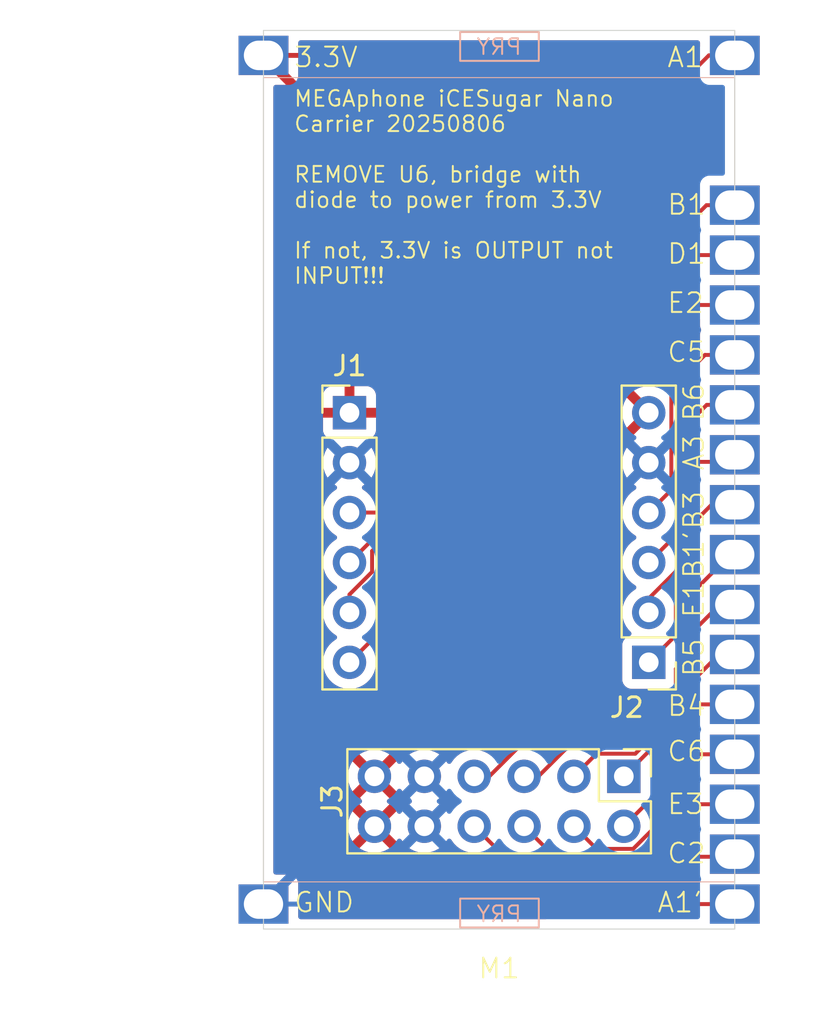
<source format=kicad_pcb>
(kicad_pcb (version 20241229) (generator "pcbnew") (generator_version "9.0")
  (layers (0 "F.Cu" signal) (2 "B.Cu" signal) (13 "F.Paste" user) (15 "B.Paste" user) (5 "F.SilkS" user "F.Silkscreen") (7 "B.SilkS" user "B.Silkscreen") (1 "F.Mask" user) (3 "B.Mask" user) (25 "Edge.Cuts" user))
  (net 0 "")
  (net 1 "E2")
  (net 2 "GND")
  (net 3 "D1")
  (net 4 "+3.3V")
  (net 5 "B1")
  (net 6 "A1")
  (net 7 "B6")
  (net 8 "A3")
  (net 9 "B3")
  (net 10 "C5")
  (net 11 "B1_DUP")
  (net 12 "E1")
  (net 13 "C2")
  (net 14 "C6")
  (net 15 "A1_DUP")
  (net 16 "E3")
  (net 17 "B5")
  (net 18 "B4")
  (footprint "Connector_PinHeader_2.54mm:PinHeader_2x06_P2.54mm_Vertical" (layer "F.Cu") (at 6.35 18.5 -90)
    (property "Reference" "J3" (at 1.27 14.85 90) (layer "F.SilkS"))
    (property "Value" "Conn_02x06_Odd_Even")
    (fp_line (start -1.38 14.08) (end 3.92 14.08) (stroke (width 0.12)) (layer "F.SilkS"))
    (fp_line (start -1.38 1.27) (end -1.38 14.08) (stroke (width 0.12)) (layer "F.SilkS"))
    (fp_line (start -1.38 1.27) (end 1.27 1.27) (stroke (width 0.12)) (layer "F.SilkS"))
    (fp_line (start 1.27 1.27) (end 1.27 -1.38) (stroke (width 0.12)) (layer "F.SilkS"))
    (fp_line (start -1.38 0) (end -1.38 -1.38) (stroke (width 0.12)) (layer "F.SilkS"))
    (fp_line (start -1.38 -1.38) (end 0 -1.38) (stroke (width 0.12)) (layer "F.SilkS"))
    (fp_line (start 1.27 -1.38) (end 3.92 -1.38) (stroke (width 0.12)) (layer "F.SilkS"))
    (fp_line (start 3.92 -1.38) (end 3.92 14.08) (stroke (width 0.12)) (layer "F.SilkS"))
    (pad "1" thru_hole rect (at 0 0 270) (size 1.7 1.7) (drill 1) (layers "*.Cu" "*.Mask") (net 18 "B4"))
    (pad "2" thru_hole circle (at 2.54 0 270) (size 1.7 1.7) (drill 1) (layers "*.Cu" "*.Mask") (net 14 "C6"))
    (pad "3" thru_hole circle (at 0 2.54 270) (size 1.7 1.7) (drill 1) (layers "*.Cu" "*.Mask") (net 17 "B5"))
    (pad "4" thru_hole circle (at 2.54 2.54 270) (size 1.7 1.7) (drill 1) (layers "*.Cu" "*.Mask") (net 16 "E3"))
    (pad "5" thru_hole circle (at 0 5.08 270) (size 1.7 1.7) (drill 1) (layers "*.Cu" "*.Mask") (net 12 "E1"))
    (pad "6" thru_hole circle (at 2.54 5.08 270) (size 1.7 1.7) (drill 1) (layers "*.Cu" "*.Mask") (net 13 "C2"))
    (pad "7" thru_hole circle (at 0 7.62 270) (size 1.7 1.7) (drill 1) (layers "*.Cu" "*.Mask") (net 11 "B1_DUP"))
    (pad "8" thru_hole circle (at 2.54 7.62 270) (size 1.7 1.7) (drill 1) (layers "*.Cu" "*.Mask") (net 15 "A1_DUP"))
    (pad "9" thru_hole circle (at 0 10.16 270) (size 1.7 1.7) (drill 1) (layers "*.Cu" "*.Mask") (net 2 "GND"))
    (pad "10" thru_hole circle (at 2.54 10.16 270) (size 1.7 1.7) (drill 1) (layers "*.Cu" "*.Mask") (net 2 "GND"))
    (pad "11" thru_hole circle (at 0 12.7 270) (size 1.7 1.7) (drill 1) (layers "*.Cu" "*.Mask") (net 4 "+3.3V"))
    (pad "12" thru_hole circle (at 2.54 12.7 270) (size 1.7 1.7) (drill 1) (layers "*.Cu" "*.Mask") (net 4 "+3.3V"))
  )
  (footprint "Connector_PinHeader_2.54mm:PinHeader_1x06_P2.54mm_Vertical" (layer "F.Cu") (at -7.62 0)
    (property "Reference" "J1" (at 0 -2.38 0) (layer "F.SilkS"))
    (property "Value" "Conn_01x06_Pin")
    (fp_line (start -1.38 -1.38) (end 0 -1.38) (stroke (width 0.12)) (layer "F.SilkS"))
    (fp_line (start -1.38 0) (end -1.38 -1.38) (stroke (width 0.12)) (layer "F.SilkS"))
    (fp_line (start -1.38 1.27) (end -1.38 14.08) (stroke (width 0.12)) (layer "F.SilkS"))
    (fp_line (start -1.38 1.27) (end 1.38 1.27) (stroke (width 0.12)) (layer "F.SilkS"))
    (fp_line (start -1.38 14.08) (end 1.38 14.08) (stroke (width 0.12)) (layer "F.SilkS"))
    (fp_line (start 1.38 1.27) (end 1.38 14.08) (stroke (width 0.12)) (layer "F.SilkS"))
    (pad "1" thru_hole rect (at 0 0) (size 1.7 1.7) (drill 1) (layers "*.Cu" "*.Mask") (net 4 "+3.3V"))
    (pad "2" thru_hole circle (at 0 2.54) (size 1.7 1.7) (drill 1) (layers "*.Cu" "*.Mask") (net 2 "GND"))
    (pad "3" thru_hole circle (at 0 5.08) (size 1.7 1.7) (drill 1) (layers "*.Cu" "*.Mask") (net 6 "A1"))
    (pad "4" thru_hole circle (at 0 7.62) (size 1.7 1.7) (drill 1) (layers "*.Cu" "*.Mask") (net 5 "B1"))
    (pad "5" thru_hole circle (at 0 10.16) (size 1.7 1.7) (drill 1) (layers "*.Cu" "*.Mask") (net 3 "D1"))
    (pad "6" thru_hole circle (at 0 12.7) (size 1.7 1.7) (drill 1) (layers "*.Cu" "*.Mask") (net 1 "E2"))
  )
  (footprint "Connector_PinHeader_2.54mm:PinHeader_1x06_P2.54mm_Vertical" (layer "F.Cu") (at 7.62 12.7 180)
    (property "Reference" "J2" (at 1.12 -2.3 0) (layer "F.SilkS"))
    (property "Value" "Conn_01x06_Pin")
    (fp_line (start 1.38 1.27) (end 1.38 14.08) (stroke (width 0.12)) (layer "F.SilkS"))
    (fp_line (start -1.38 14.08) (end 1.38 14.08) (stroke (width 0.12)) (layer "F.SilkS"))
    (fp_line (start -1.38 1.27) (end 1.38 1.27) (stroke (width 0.12)) (layer "F.SilkS"))
    (fp_line (start -1.38 1.27) (end -1.38 14.08) (stroke (width 0.12)) (layer "F.SilkS"))
    (fp_line (start -1.38 0) (end -1.38 -1.38) (stroke (width 0.12)) (layer "F.SilkS"))
    (fp_line (start -1.38 -1.38) (end 0 -1.38) (stroke (width 0.12)) (layer "F.SilkS"))
    (pad "1" thru_hole rect (at 0 0 180) (size 1.7 1.7) (drill 1) (layers "*.Cu" "*.Mask") (net 9 "B3"))
    (pad "2" thru_hole circle (at 0 2.54 180) (size 1.7 1.7) (drill 1) (layers "*.Cu" "*.Mask") (net 8 "A3"))
    (pad "3" thru_hole circle (at 0 5.08 180) (size 1.7 1.7) (drill 1) (layers "*.Cu" "*.Mask") (net 7 "B6"))
    (pad "4" thru_hole circle (at 0 7.62 180) (size 1.7 1.7) (drill 1) (layers "*.Cu" "*.Mask") (net 10 "C5"))
    (pad "5" thru_hole circle (at 0 10.16 180) (size 1.7 1.7) (drill 1) (layers "*.Cu" "*.Mask") (net 2 "GND"))
    (pad "6" thru_hole circle (at 0 12.7 180) (size 1.7 1.7) (drill 1) (layers "*.Cu" "*.Mask") (net 4 "+3.3V"))
  )
  (footprint "MegaCastle:MegaCastle2x18-Module-I24.0x40.9-M800067FFF" (layer "F.Cu") (at 0 3.41)
    (property "Reference" "M1" (at 0 24.86 0) (layer "F.SilkS") (effects (font (thickness 0.1))))
    (property "Value" "~")
    (fp_rect (start -12 20.46) (end 12 -20.46) (stroke (width 0.05)) (fill no) (layer "B.SilkS"))
    (fp_rect (start -1.984241 -21.311) (end 2.019516 -22.78) (stroke (width 0.1)) (fill no) (layer "B.SilkS"))
    (fp_rect (start -1.984241 21.311) (end 2.019516 22.78) (stroke (width 0.1)) (fill no) (layer "B.SilkS"))
    (fp_line (start -12 -22.860001) (end -12 22.860001) (stroke (width 0.05)) (layer "Edge.Cuts"))
    (fp_line (start -12 -22.860001) (end 12 -22.860001) (stroke (width 0.05)) (layer "Edge.Cuts"))
    (fp_line (start -12 22.860001) (end 12 22.860001) (stroke (width 0.05)) (layer "Edge.Cuts"))
    (fp_line (start 12 -22.860001) (end 12 22.860001) (stroke (width 0.05)) (layer "Edge.Cuts"))
    (fp_text user "PRY" (at 0 22.56 0) (layer "B.SilkS") (effects (font (size 0.8 0.8) (thickness 0.1)) (justify bottom mirror)))
    (fp_text user "PRY" (at 0 -21.56 0) (layer "B.SilkS") (effects (font (size 0.8 0.8) (thickness 0.1)) (justify bottom mirror)))
    (pad "1" thru_hole rect (at -12 -21.59) (size 2.54 2) (drill oval 2 1.5) (property pad_prop_castellated) (layers "*.Cu" "*.Mask") (net 4 "+3.3V"))
    (pad "18" thru_hole rect (at -12 21.59) (size 2.54 2) (drill oval 2 1.5) (property pad_prop_castellated) (layers "*.Cu" "*.Mask") (net 2 "GND"))
    (pad "19" thru_hole rect (at 12 -21.59) (size 2.54 2) (drill oval 2 1.5) (property pad_prop_castellated) (layers "*.Cu" "*.Mask") (net 6 "A1"))
    (pad "22" thru_hole rect (at 12 -13.97) (size 2.54 2) (drill oval 2 1.5) (property pad_prop_castellated) (layers "*.Cu" "*.Mask") (net 5 "B1"))
    (pad "23" thru_hole rect (at 12 -11.43) (size 2.54 2) (drill oval 2 1.5) (property pad_prop_castellated) (layers "*.Cu" "*.Mask") (net 3 "D1"))
    (pad "24" thru_hole rect (at 12 -8.89) (size 2.54 2) (drill oval 2 1.5) (property pad_prop_castellated) (layers "*.Cu" "*.Mask") (net 1 "E2"))
    (pad "25" thru_hole rect (at 12 -6.35) (size 2.54 2) (drill oval 2 1.5) (property pad_prop_castellated) (layers "*.Cu" "*.Mask") (net 10 "C5"))
    (pad "26" thru_hole rect (at 12 -3.81) (size 2.54 2) (drill oval 2 1.5) (property pad_prop_castellated) (layers "*.Cu" "*.Mask") (net 7 "B6"))
    (pad "27" thru_hole rect (at 12 -1.27) (size 2.54 2) (drill oval 2 1.5) (property pad_prop_castellated) (layers "*.Cu" "*.Mask") (net 8 "A3"))
    (pad "28" thru_hole rect (at 12 1.27) (size 2.54 2) (drill oval 2 1.5) (property pad_prop_castellated) (layers "*.Cu" "*.Mask") (net 9 "B3"))
    (pad "29" thru_hole rect (at 12 3.81) (size 2.54 2) (drill oval 2 1.5) (property pad_prop_castellated) (layers "*.Cu" "*.Mask") (net 11 "B1_DUP"))
    (pad "30" thru_hole rect (at 12 6.35) (size 2.54 2) (drill oval 2 1.5) (property pad_prop_castellated) (layers "*.Cu" "*.Mask") (net 12 "E1"))
    (pad "31" thru_hole rect (at 12 8.89) (size 2.54 2) (drill oval 2 1.5) (property pad_prop_castellated) (layers "*.Cu" "*.Mask") (net 17 "B5"))
    (pad "32" thru_hole rect (at 12 11.43) (size 2.54 2) (drill oval 2 1.5) (property pad_prop_castellated) (layers "*.Cu" "*.Mask") (net 18 "B4"))
    (pad "33" thru_hole rect (at 12 13.97) (size 2.54 2) (drill oval 2 1.5) (property pad_prop_castellated) (layers "*.Cu" "*.Mask") (net 14 "C6"))
    (pad "34" thru_hole rect (at 12 16.51) (size 2.54 2) (drill oval 2 1.5) (property pad_prop_castellated) (layers "*.Cu" "*.Mask") (net 16 "E3"))
    (pad "35" thru_hole rect (at 12 19.05) (size 2.54 2) (drill oval 2 1.5) (property pad_prop_castellated) (layers "*.Cu" "*.Mask") (net 13 "C2"))
    (pad "36" thru_hole rect (at 12 21.59) (size 2.54 2) (drill oval 2 1.5) (property pad_prop_castellated) (layers "*.Cu" "*.Mask") (net 15 "A1_DUP"))
  )
  (gr_text "A3" (at 10.5 3 90) (layer "F.SilkS") (effects (font (size 1 1) (thickness 0.1)) (justify left bottom)))
  (gr_text "A1" (at 8.5 -17.5 0) (layer "F.SilkS") (effects (font (size 1 1) (thickness 0.1)) (justify left bottom)))
  (gr_text "A1'" (at 8 25.5 0) (layer "F.SilkS") (effects (font (size 1 1) (thickness 0.1)) (justify left bottom)))
  (gr_text "B6" (at 10.5 0.5 90) (layer "F.SilkS") (effects (font (size 1 1) (thickness 0.1)) (justify left bottom)))
  (gr_text "C5" (at 8.5 -2.5 0) (layer "F.SilkS") (effects (font (size 1 1) (thickness 0.1)) (justify left bottom)))
  (gr_text "3.3V" (at -10.5 -17.5 0) (layer "F.SilkS") (effects (font (size 1 1) (thickness 0.1)) (justify left bottom)))
  (gr_text "C2" (at 8.5 23 0) (layer "F.SilkS") (effects (font (size 1 1) (thickness 0.1)) (justify left bottom)))
  (gr_text "B4" (at 8.5 15.5 0) (layer "F.SilkS") (effects (font (size 1 1) (thickness 0.1)) (justify left bottom)))
  (gr_text "B5" (at 10.5 13.5 90) (layer "F.SilkS") (effects (font (size 1 1) (thickness 0.1)) (justify left bottom)))
  (gr_text "E3" (at 8.5 20.5 0) (layer "F.SilkS") (effects (font (size 1 1) (thickness 0.1)) (justify left bottom)))
  (gr_text "MEGAphone iCESugar Nano \nCarrier 20250806\n\nREMOVE U6, bridge with\ndiode to power from 3.3V\n\nIf not, 3.3V is OUTPUT not\nINPUT!!!" (at -10.5 -6.5 0) (layer "F.SilkS") (effects (font (size 0.8 0.8) (thickness 0.1)) (justify left bottom)))
  (gr_text "B1'" (at 10.5 8.5 90) (layer "F.SilkS") (effects (font (size 1 1) (thickness 0.1)) (justify left bottom)))
  (gr_text "C6" (at 8.5 17.81 0) (layer "F.SilkS") (effects (font (size 1 1) (thickness 0.1)) (justify left bottom)))
  (gr_text "D1" (at 8.5 -7.5 0) (layer "F.SilkS") (effects (font (size 1 1) (thickness 0.1)) (justify left bottom)))
  (gr_text "GND" (at -10.5 25.5 0) (layer "F.SilkS") (effects (font (size 1 1) (thickness 0.1)) (justify left bottom)))
  (gr_text "E1" (at 10.5 10.5 90) (layer "F.SilkS") (effects (font (size 1 1) (thickness 0.1)) (justify left bottom)))
  (gr_text "B3" (at 10.5 6 90) (layer "F.SilkS") (effects (font (size 1 1) (thickness 0.1)) (justify left bottom)))
  (gr_text "E2" (at 8.5 -5 0) (layer "F.SilkS") (effects (font (size 1 1) (thickness 0.1)) (justify left bottom)))
  (gr_text "B1" (at 8.5 -10 0) (layer "F.SilkS") (effects (font (size 1 1) (thickness 0.1)) (justify left bottom)))
  (segment (start -6.068 7.2022) (end 6.6142 -5.48) (width 0.2) (layer "F.Cu") (net 1))
  (segment (start 6.6142 -5.48) (end 11.399 -5.48) (width 0.2) (layer "F.Cu") (net 1))
  (segment (start -6.068 11.148) (end -6.068 7.2022) (width 0.2) (layer "F.Cu") (net 1))
  (segment (start -7.62 12.7) (end -6.068 11.148) (width 0.2) (layer "F.Cu") (net 1))
  (segment (start -12 25) (end -9 25) (width 0.25) (layer "B.Cu") (net 2))
  (segment (start 8.5871 -8.02) (end 11.399 -8.02) (width 0.2) (layer "F.Cu") (net 3))
  (segment (start -6.469 7.0361) (end -6.469 8.09676) (width 0.2) (layer "F.Cu") (net 3))
  (segment (start -5.96645 6.53355) (end 8.5871 -8.02) (width 0.2) (layer "F.Cu") (net 3))
  (segment (start -7.62 9.24776) (end -6.469 8.09676) (width 0.2) (layer "F.Cu") (net 3))
  (segment (start -7.62 10.16) (end -7.62 9.24776) (width 0.2) (layer "F.Cu") (net 3))
  (segment (start -5.96645 6.53355) (end -6.469 7.0361) (width 0.2) (layer "F.Cu") (net 3))
  (segment (start -9.18 -18.18) (end -9 -18) (width 0.25) (layer "F.Cu") (net 4))
  (segment (start -12 -18.18) (end -9.18 -18.18) (width 0.25) (layer "F.Cu") (net 4))
  (segment (start -7.62 7.62) (end 10.56 -10.56) (width 0.2) (layer "F.Cu") (net 5))
  (segment (start 10.56 -10.56) (end 12 -10.56) (width 0.2) (layer "F.Cu") (net 5))
  (segment (start 10.68 -18.18) (end 12 -18.18) (width 0.2) (layer "F.Cu") (net 6))
  (segment (start -5.902816 5.08) (end 10 -10.822816) (width 0.2) (layer "F.Cu") (net 6))
  (segment (start -7.62 5.08) (end -5.902816 5.08) (width 0.2) (layer "F.Cu") (net 6))
  (segment (start 10 -17.5) (end 10.68 -18.18) (width 0.2) (layer "F.Cu") (net 6))
  (segment (start 10 -10.822816) (end 10 -17.5) (width 0.2) (layer "F.Cu") (net 6))
  (segment (start 9.172 6.068) (end 9.172 1) (width 0.2) (layer "F.Cu") (net 7))
  (segment (start 7.62 7.62) (end 9.172 6.068) (width 0.2) (layer "F.Cu") (net 7))
  (segment (start 10.572 -0.4) (end 12 -0.4) (width 0.2) (layer "F.Cu") (net 7))
  (segment (start 9.172 1) (end 10.572 -0.4) (width 0.2) (layer "F.Cu") (net 7))
  (segment (start 9.573 2.5) (end 11.64 2.5) (width 0.2) (layer "F.Cu") (net 8))
  (segment (start 11.64 2.5) (end 12 2.14) (width 0.2) (layer "F.Cu") (net 8))
  (segment (start 7.62 9.453) (end 9.573 7.5) (width 0.2) (layer "F.Cu") (net 8))
  (segment (start 9.573 7.5) (end 9.573 2.5) (width 0.2) (layer "F.Cu") (net 8))
  (segment (start 7.62 10.16) (end 7.62 9.453) (width 0.2) (layer "F.Cu") (net 8))
  (segment (start 9 11.32) (end 9 8.974) (width 0.2) (layer "F.Cu") (net 9))
  (segment (start 10.82 4.68) (end 12 4.68) (width 0.2) (layer "F.Cu") (net 9))
  (segment (start 9.974 5.526) (end 10.82 4.68) (width 0.2) (layer "F.Cu") (net 9))
  (segment (start 7.62 12.7) (end 9 11.32) (width 0.2) (layer "F.Cu") (net 9))
  (segment (start 9 8.974) (end 9.974 8) (width 0.2) (layer "F.Cu") (net 9))
  (segment (start 9.974 8) (end 9.974 5.526) (width 0.2) (layer "F.Cu") (net 9))
  (segment (start 8.771 3.929) (end 8.771 -1.229) (width 0.2) (layer "F.Cu") (net 10))
  (segment (start 8.771 -1.229) (end 10.482 -2.94) (width 0.2) (layer "F.Cu") (net 10))
  (segment (start 7.62 5.08) (end 8.771 3.929) (width 0.2) (layer "F.Cu") (net 10))
  (segment (start 10.482 -2.94) (end 12 -2.94) (width 0.2) (layer "F.Cu") (net 10))
  (segment (start 2 16) (end -0.5 18.5) (width 0.2) (layer "F.Cu") (net 11))
  (segment (start 12 7.22) (end 11.78 7.22) (width 0.2) (layer "F.Cu") (net 11))
  (segment (start -0.5 18.5) (end -1.27 18.5) (width 0.2) (layer "F.Cu") (net 11))
  (segment (start 11.78 7.22) (end 9.5 9.5) (width 0.2) (layer "F.Cu") (net 11))
  (segment (start 9 13.0319) (end 9 14.1487) (width 0.2) (layer "F.Cu") (net 11))
  (segment (start 9.5 12.5319) (end 9 13.0319) (width 0.2) (layer "F.Cu") (net 11))
  (segment (start 9.5 9.5) (end 9.5 12.5319) (width 0.2) (layer "F.Cu") (net 11))
  (segment (start 7.1487 16) (end 2 16) (width 0.2) (layer "F.Cu") (net 11))
  (segment (start 11.399 7.601) (end 11.399 7.22) (width 0.2) (layer "F.Cu") (net 11))
  (segment (start 9 14.1487) (end 7.1487 16) (width 0.2) (layer "F.Cu") (net 11))
  (segment (start 9.599 13) (end 9.599 14.1168) (width 0.2) (layer "F.Cu") (net 12))
  (segment (start 2 18.5) (end 1.27 18.5) (width 0.2) (layer "F.Cu") (net 12))
  (segment (start 12 9.76) (end 11.24 9.76) (width 0.2) (layer "F.Cu") (net 12))
  (segment (start 3.6421 16.8579) (end 2 18.5) (width 0.2) (layer "F.Cu") (net 12))
  (segment (start 10 11) (end 10 12.599) (width 0.2) (layer "F.Cu") (net 12))
  (segment (start 9.599 14.1168) (end 6.8579 16.8579) (width 0.2) (layer "F.Cu") (net 12))
  (segment (start 6.8579 16.8579) (end 3.6421 16.8579) (width 0.2) (layer "F.Cu") (net 12))
  (segment (start 10 12.599) (end 9.599 13) (width 0.2) (layer "F.Cu") (net 12))
  (segment (start 11.24 9.76) (end 10 11) (width 0.2) (layer "F.Cu") (net 12))
  (segment (start 11.868 22.592) (end 12 22.46) (width 0.2) (layer "F.Cu") (net 13))
  (segment (start 2.822 22.592) (end 11.868 22.592) (width 0.2) (layer "F.Cu") (net 13))
  (segment (start 1.27 21.04) (end 2.822 22.592) (width 0.2) (layer "F.Cu") (net 13))
  (segment (start 9.12 17.38) (end 12 17.38) (width 0.2) (layer "F.Cu") (net 14))
  (segment (start 8 19.39) (end 8 18.5) (width 0.2) (layer "F.Cu") (net 14))
  (segment (start 6.35 21.04) (end 8 19.39) (width 0.2) (layer "F.Cu") (net 14))
  (segment (start 8 18.5) (end 9.12 17.38) (width 0.2) (layer "F.Cu") (net 14))
  (segment (start 2.69 25) (end 11.399 25) (width 0.2) (layer "F.Cu") (net 15))
  (segment (start -1.27 21.04) (end 2.69 25) (width 0.2) (layer "F.Cu") (net 15))
  (segment (start 9.09776 19.92) (end 12 19.92) (width 0.2) (layer "F.Cu") (net 16))
  (segment (start 4.961 22.191) (end 6.82676 22.191) (width 0.2) (layer "F.Cu") (net 16))
  (segment (start 6.82676 22.191) (end 9.09776 19.92) (width 0.2) (layer "F.Cu") (net 16))
  (segment (start 3.81 21.04) (end 4.961 22.191) (width 0.2) (layer "F.Cu") (net 16))
  (segment (start 4.961 17.349) (end 6.9339 17.349) (width 0.2) (layer "F.Cu") (net 17))
  (segment (start 10 13.5) (end 11.2 12.3) (width 0.2) (layer "F.Cu") (net 17))
  (segment (start 3.81 18.5) (end 4.961 17.349) (width 0.2) (layer "F.Cu") (net 17))
  (segment (start 10 14.2829) (end 10 13.5) (width 0.2) (layer "F.Cu") (net 17))
  (segment (start 11.2 12.3) (end 11.399 12.3) (width 0.2) (layer "F.Cu") (net 17))
  (segment (start 6.9339 17.349) (end 10 14.2829) (width 0.2) (layer "F.Cu") (net 17))
  (segment (start 10.01 14.84) (end 12 14.84) (width 0.2) (layer "F.Cu") (net 18))
  (segment (start 6.35 18.5) (end 10.01 14.84) (width 0.2) (layer "F.Cu") (net 18))
  (zone (net 4) (net_name "+3.3V") (layer "F.Cu") (connect_pads (clearance 0.5)) (min_thickness 0.25) (fill yes (thermal_gap 0.5) (thermal_bridge_width 0.5))
    (polygon (pts (xy -12 -19.5) (xy -12 26.5) (xy 12 26.5) (xy 12 -19.5)))
  )
  (zone (net 2) (net_name "GND") (layer "B.Cu") (priority 1) (connect_pads (clearance 0.5)) (min_thickness 0.25) (fill yes (thermal_gap 0.5) (thermal_bridge_width 0.5))
    (polygon (pts (xy -12 -19.450001) (xy -12 26.270001) (xy 12 26.270001) (xy 12 -19.450001)))
  )
)
</source>
